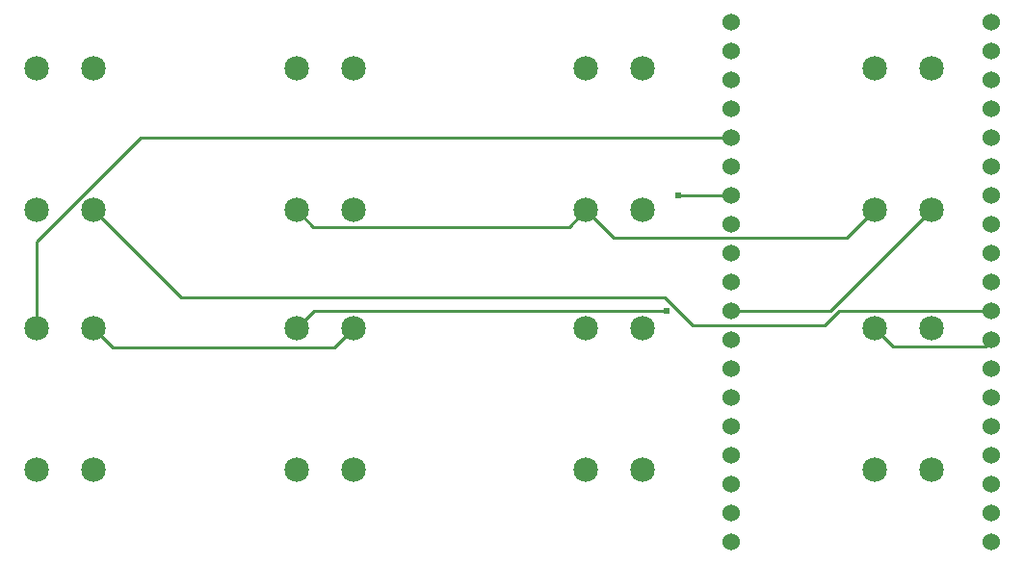
<source format=gtl>
G04 Layer: TopLayer*
G04 EasyEDA v6.4.14, 2021-02-05T01:12:07+07:00*
G04 a11fb1351f8b4d80ab88c56e364234f4,ed1066999ab64682bb259e5b7afb0417,10*
G04 Gerber Generator version 0.2*
G04 Scale: 100 percent, Rotated: No, Reflected: No *
G04 Dimensions in millimeters *
G04 leading zeros omitted , absolute positions ,4 integer and 5 decimal *
%FSLAX45Y45*%
%MOMM*%

%ADD11C,0.2600*%
%ADD12C,0.6100*%
%ADD13C,2.1590*%
%ADD14C,1.5240*%

%LPD*%
D11*
X9398000Y2311400D02*
G01*
X9342120Y2255265D01*
X8533638Y2255265D01*
X8373363Y2415794D01*
X7112000Y4089400D02*
G01*
X1924050Y4089400D01*
X1007363Y3172713D01*
X1007363Y2415794D01*
X3293363Y2415794D02*
G01*
X3443477Y2565654D01*
X6545072Y2565654D01*
X7112000Y2565400D02*
G01*
X7987029Y2565400D01*
X8873236Y3451605D01*
X1507236Y3451605D02*
G01*
X2275586Y2683510D01*
X6529831Y2683510D01*
X6774941Y2438400D01*
X7933943Y2438400D01*
X8060943Y2565400D01*
X9398000Y2565400D01*
X8373363Y3451605D02*
G01*
X8129015Y3207512D01*
X6077458Y3207512D01*
X5833363Y3451605D01*
X5833363Y3451605D02*
G01*
X5686043Y3304539D01*
X3440429Y3304539D01*
X3293363Y3451605D01*
X3793236Y2415794D02*
G01*
X3625595Y2248154D01*
X1674875Y2248154D01*
X1507236Y2415794D01*
X7112000Y3581400D02*
G01*
X6649465Y3581400D01*
X6645909Y3577844D01*
X7112000Y3581400D02*
G01*
X6649465Y3581400D01*
X6645909Y3577844D01*
D13*
G01*
X1507286Y4701692D03*
G01*
X1007313Y4701692D03*
G01*
X1007313Y3451707D03*
G01*
X1507286Y3451707D03*
G01*
X3793286Y4701692D03*
G01*
X3293313Y4701692D03*
G01*
X3293313Y3451707D03*
G01*
X3793286Y3451707D03*
G01*
X6333286Y4701692D03*
G01*
X5833313Y4701692D03*
G01*
X5833313Y3451707D03*
G01*
X6333286Y3451707D03*
G01*
X8873286Y4701692D03*
G01*
X8373313Y4701692D03*
G01*
X8373313Y3451707D03*
G01*
X8873286Y3451707D03*
G01*
X3293313Y1165707D03*
G01*
X3793286Y1165707D03*
G01*
X3793286Y2415692D03*
G01*
X3293313Y2415692D03*
G01*
X1007313Y1165707D03*
G01*
X1507286Y1165707D03*
G01*
X1507286Y2415692D03*
G01*
X1007313Y2415692D03*
G01*
X5833313Y1165707D03*
G01*
X6333286Y1165707D03*
G01*
X6333286Y2415692D03*
G01*
X5833313Y2415692D03*
G01*
X8373313Y1165707D03*
G01*
X8873286Y1165707D03*
G01*
X8873286Y2415692D03*
G01*
X8373313Y2415692D03*
D14*
G01*
X7112000Y533400D03*
G01*
X7112000Y787400D03*
G01*
X7112000Y1041400D03*
G01*
X7112000Y1295400D03*
G01*
X7112000Y1549400D03*
G01*
X7112000Y1803400D03*
G01*
X7112000Y2057400D03*
G01*
X7112000Y2311400D03*
G01*
X7112000Y2565400D03*
G01*
X7112000Y2819400D03*
G01*
X7112000Y3073400D03*
G01*
X7112000Y3327400D03*
G01*
X7112000Y3581400D03*
G01*
X7112000Y3835400D03*
G01*
X7112000Y4089400D03*
G01*
X7112000Y4343400D03*
G01*
X7112000Y4597400D03*
G01*
X7112000Y4851400D03*
G01*
X7112000Y5105400D03*
G01*
X9398000Y5105400D03*
G01*
X9398000Y4851400D03*
G01*
X9398000Y4597400D03*
G01*
X9398000Y4343400D03*
G01*
X9398000Y4089400D03*
G01*
X9398000Y3835400D03*
G01*
X9398000Y3581400D03*
G01*
X9398000Y3327400D03*
G01*
X9398000Y3073400D03*
G01*
X9398000Y2819400D03*
G01*
X9398000Y2565400D03*
G01*
X9398000Y2311400D03*
G01*
X9398000Y2057400D03*
G01*
X9398000Y1803400D03*
G01*
X9398000Y1549400D03*
G01*
X9398000Y1295400D03*
G01*
X9398000Y1041400D03*
G01*
X9398000Y787400D03*
G01*
X9398000Y533400D03*
D12*
G01*
X6545072Y2565654D03*
G01*
X6645909Y3577844D03*
M02*

</source>
